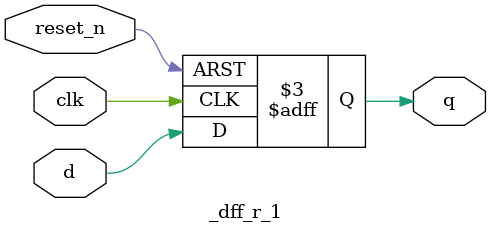
<source format=v>
module _dff_r_1(clk, reset_n, d, q);   //d flip-flop 

	//input, output reg
	input clk, reset_n; 
	input  d;
	output reg  q; 
	
	always@(posedge clk or negedge reset_n)
	begin
		if(reset_n == 0) q <= 0;
		else q <= d;
	end
	
endmodule

</source>
